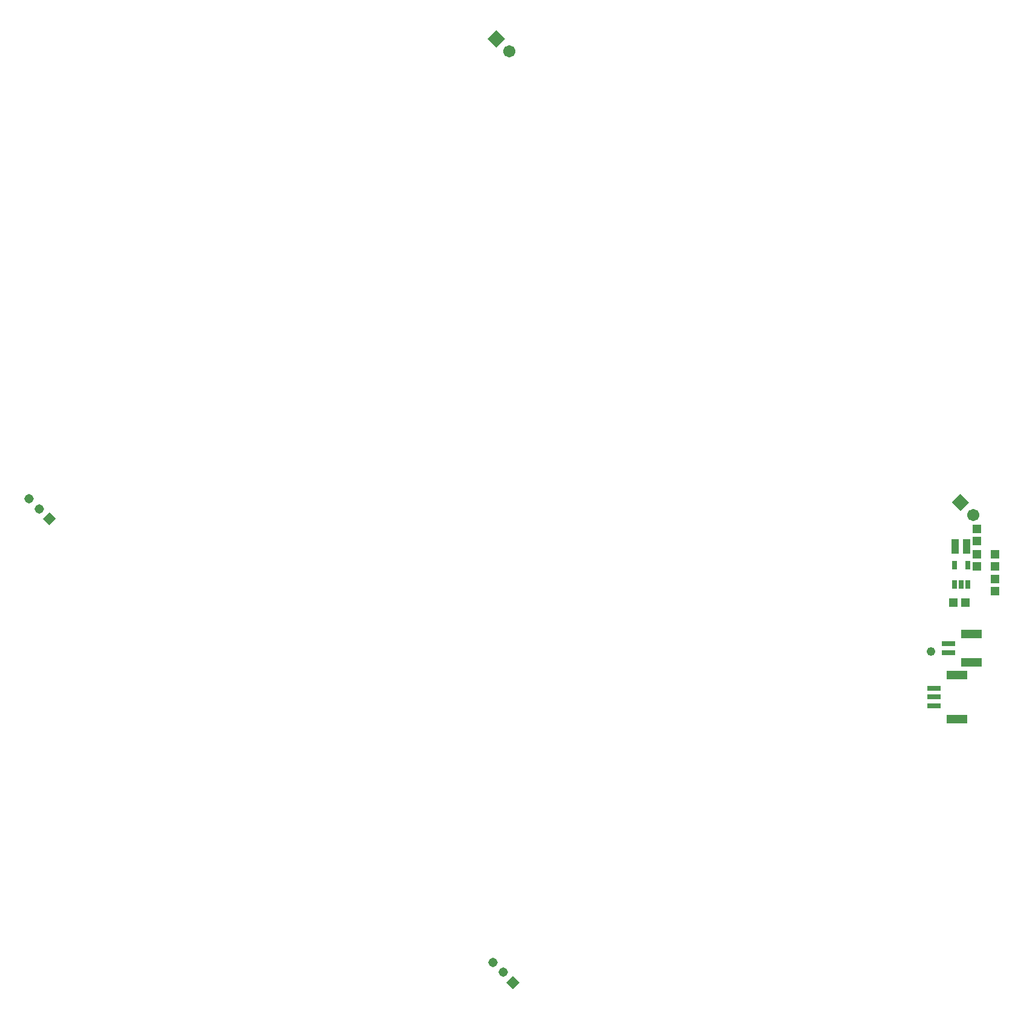
<source format=gbr>
G04 EAGLE Gerber RS-274X export*
G75*
%MOMM*%
%FSLAX34Y34*%
%LPD*%
%INSoldermask Top*%
%IPPOS*%
%AMOC8*
5,1,8,0,0,1.08239X$1,22.5*%
G01*
%ADD10R,1.311200X1.311200*%
%ADD11C,1.311200*%
%ADD12R,0.803200X1.303200*%
%ADD13R,1.711200X1.711200*%
%ADD14C,1.711200*%
%ADD15R,2.903200X1.203200*%
%ADD16R,1.903200X0.803200*%
%ADD17R,1.303200X1.203200*%
%ADD18R,1.003200X2.003200*%
%ADD19R,1.203200X1.303200*%
%ADD20C,1.209600*%


D10*
G36*
X14189Y-654918D02*
X23460Y-664189D01*
X14189Y-673460D01*
X4918Y-664189D01*
X14189Y-654918D01*
G37*
D11*
X47Y-650047D03*
X-14095Y-635905D03*
D10*
G36*
X-635811Y-4918D02*
X-626540Y-14189D01*
X-635811Y-23460D01*
X-645082Y-14189D01*
X-635811Y-4918D01*
G37*
D11*
X-649953Y-47D03*
X-664095Y14095D03*
D12*
X632640Y-105904D03*
X642140Y-105904D03*
X651640Y-105904D03*
X651640Y-78904D03*
X632640Y-78904D03*
D13*
G36*
X641134Y-3052D02*
X629034Y9048D01*
X641134Y21148D01*
X653234Y9048D01*
X641134Y-3052D01*
G37*
D14*
X658811Y-8629D03*
D13*
G36*
X-9048Y646884D02*
X-21148Y658984D01*
X-9048Y671084D01*
X3052Y658984D01*
X-9048Y646884D01*
G37*
D14*
X8629Y641307D03*
D15*
X636500Y-295000D03*
X636500Y-233000D03*
D16*
X604500Y-276500D03*
X604500Y-264000D03*
X604500Y-251500D03*
D17*
X631140Y-131904D03*
X648140Y-131904D03*
D18*
X633640Y-52904D03*
X649640Y-52904D03*
D19*
X664640Y-63404D03*
X664640Y-80404D03*
X664640Y-45404D03*
X664640Y-28404D03*
D17*
X689640Y-80404D03*
X689640Y-63404D03*
X689640Y-115404D03*
X689640Y-98404D03*
D15*
X656500Y-215000D03*
X656500Y-175500D03*
D16*
X624500Y-201500D03*
X624500Y-189000D03*
D20*
X600000Y-200000D03*
M02*

</source>
